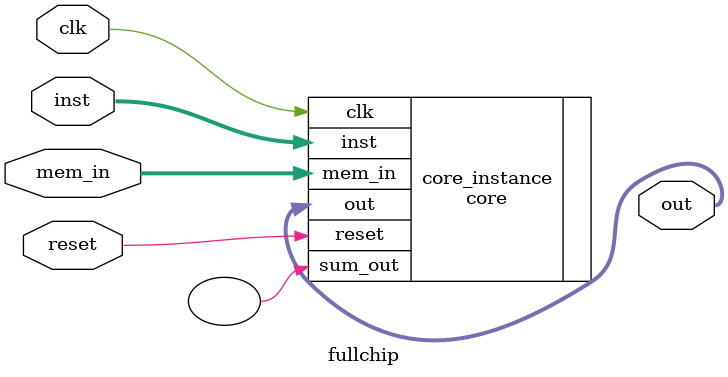
<source format=v>
module fullchip (clk, mem_in, inst, reset, out);

parameter col = 8;
parameter bw = 8;
parameter bw_psum = 2*bw+4;
parameter pr = 8;

input  clk; 
input  [pr*bw-1:0] mem_in; 
input  [16:0] inst; 
input  reset;
output [bw_psum*col-1:0] out;

core #(.bw(bw), .bw_psum(bw_psum), .col(col), .pr(pr)) core_instance (
      .reset(reset), 
      .clk(clk), 
      .mem_in(mem_in), 
      .inst(inst),
      .sum_out(),
      .out(out)
);

endmodule

</source>
